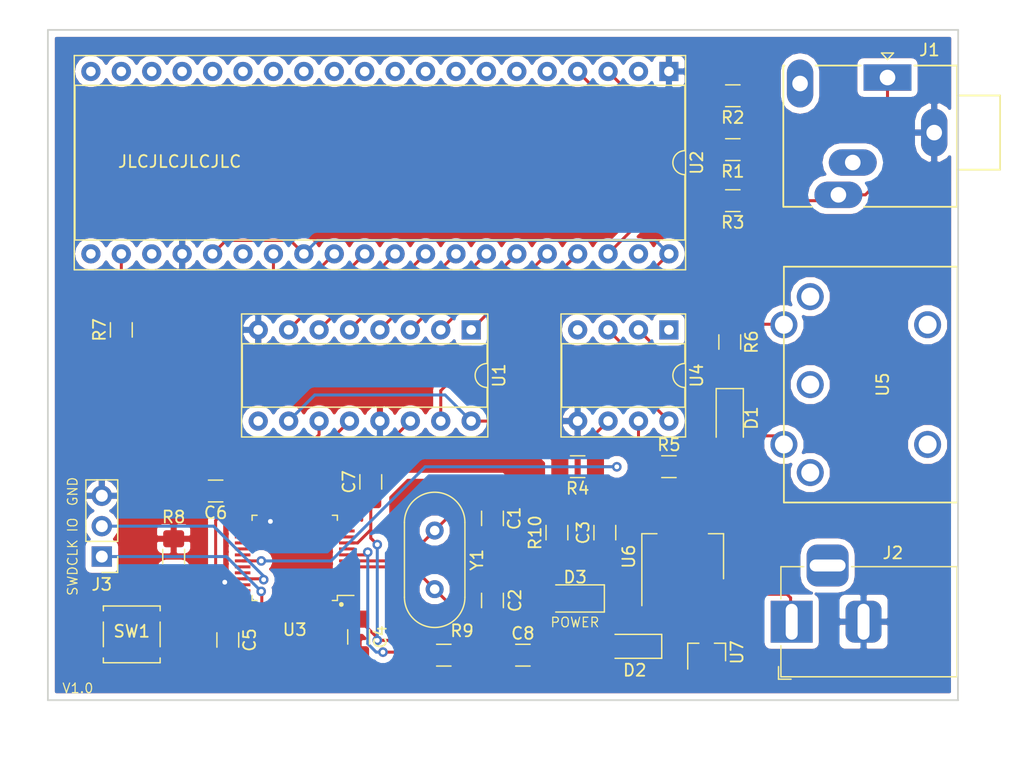
<source format=kicad_pcb>
(kicad_pcb (version 20171130) (host pcbnew "(5.0.2)-1")
  (layers (0 F.Cu signal) (31 B.Cu signal) (34 B.Paste user) (35 F.Paste user) (36 B.SilkS user) (37 F.SilkS user) (38 B.Mask user) (39 F.Mask user) (44 Edge.Cuts user))
  (net 0 "")
  (net 1 /DA1)
  (net 2 /DA2)
  (net 3 /DA3)
  (net 4 /DA4)
  (net 5 /DA5)
  (net 6 GND)
  (net 7 /DA6)
  (net 8 /DA7)
  (net 9 /DA0)
  (net 10 /A.C._A)
  (net 11 /A.C._B)
  (net 12 "Net-(R3-Pad2)")
  (net 13 "Net-(J1-PadL)")
  (net 14 "Net-(D1-Pad1)")
  (net 15 "Net-(D1-Pad2)")
  (net 16 "Net-(R5-Pad1)")
  (net 17 "Net-(R6-Pad1)")
  (net 18 /OSC_OUT)
  (net 19 /OSC_IN)
  (net 20 /SWDCLK)
  (net 21 /SWDIO)
  (net 22 +5V)
  (net 23 /2MHz_Clock)
  (net 24 "Net-(R7-Pad2)")
  (net 25 /Clock)
  (net 26 /Latch)
  (net 27 /Data)
  (net 28 /BDIR)
  (net 29 /BC1)
  (net 30 "Net-(D2-Pad1)")
  (net 31 "Net-(R8-Pad1)")
  (net 32 /RESET)
  (net 33 /VIN)
  (net 34 /MIDI_In)
  (net 35 "Net-(D3-Pad2)")
  (net 36 +3V3)
  (module Package_QFP:LQFP-48_7x7mm_P0.5mm (layer F.Cu) (at 165.608 118.11 180)
    (fp_text reference U3 (at 0 -6 180) (layer F.SilkS))
    (fp_text value STM32F103CBTx)
    (pad 1 smd rect (at -4.35 -2.75 180) (size 1.3 0.25) (layers F.Cu F.Paste F.Mask) (net 36 +3V3))
    (pad 2 smd rect (at -4.35 -2.25 180) (size 1.3 0.25) (layers F.Cu F.Paste F.Mask))
    (pad 3 smd rect (at -4.35 -1.75 180) (size 1.3 0.25) (layers F.Cu F.Paste F.Mask))
    (pad 4 smd rect (at -4.35 -1.25 180) (size 1.3 0.25) (layers F.Cu F.Paste F.Mask))
    (pad 5 smd rect (at -4.35 -0.75 180) (size 1.3 0.25) (layers F.Cu F.Paste F.Mask) (net 19 /OSC_IN))
    (pad 6 smd rect (at -4.35 -0.25 180) (size 1.3 0.25) (layers F.Cu F.Paste F.Mask) (net 18 /OSC_OUT))
    (pad 7 smd rect (at -4.35 0.25 180) (size 1.3 0.25) (layers F.Cu F.Paste F.Mask) (net 32 /RESET))
    (pad 8 smd rect (at -4.35 0.75 180) (size 1.3 0.25) (layers F.Cu F.Paste F.Mask))
    (pad 9 smd rect (at -4.35 1.25 180) (size 1.3 0.25) (layers F.Cu F.Paste F.Mask) (net 36 +3V3))
    (pad 10 smd rect (at -4.35 1.75 180) (size 1.3 0.25) (layers F.Cu F.Paste F.Mask))
    (pad 11 smd rect (at -4.35 2.25 180) (size 1.3 0.25) (layers F.Cu F.Paste F.Mask))
    (pad 12 smd rect (at -4.35 2.75 180) (size 1.3 0.25) (layers F.Cu F.Paste F.Mask))
    (pad 13 smd rect (at -2.75 4.35 270) (size 1.3 0.25) (layers F.Cu F.Paste F.Mask) (net 27 /Data))
    (pad 14 smd rect (at -2.25 4.35 270) (size 1.3 0.25) (layers F.Cu F.Paste F.Mask) (net 26 /Latch))
    (pad 15 smd rect (at -1.75 4.35 270) (size 1.3 0.25) (layers F.Cu F.Paste F.Mask) (net 25 /Clock))
    (pad 16 smd rect (at -1.25 4.35 270) (size 1.3 0.25) (layers F.Cu F.Paste F.Mask) (net 29 /BC1))
    (pad 17 smd rect (at -0.75 4.35 270) (size 1.3 0.25) (layers F.Cu F.Paste F.Mask) (net 28 /BDIR))
    (pad 18 smd rect (at -0.25 4.35 270) (size 1.3 0.25) (layers F.Cu F.Paste F.Mask) (net 23 /2MHz_Clock))
    (pad 19 smd rect (at 0.25 4.35 270) (size 1.3 0.25) (layers F.Cu F.Paste F.Mask))
    (pad 20 smd rect (at 0.75 4.35 270) (size 1.3 0.25) (layers F.Cu F.Paste F.Mask))
    (pad 21 smd rect (at 1.25 4.35 270) (size 1.3 0.25) (layers F.Cu F.Paste F.Mask))
    (pad 22 smd rect (at 1.75 4.35 270) (size 1.3 0.25) (layers F.Cu F.Paste F.Mask))
    (pad 23 smd rect (at 2.25 4.35 270) (size 1.3 0.25) (layers F.Cu F.Paste F.Mask) (net 6 GND))
    (pad 24 smd rect (at 2.75 4.35 270) (size 1.3 0.25) (layers F.Cu F.Paste F.Mask) (net 36 +3V3))
    (pad 25 smd rect (at 4.35 2.75 180) (size 1.3 0.25) (layers F.Cu F.Paste F.Mask))
    (pad 26 smd rect (at 4.35 2.25 180) (size 1.3 0.25) (layers F.Cu F.Paste F.Mask))
    (pad 27 smd rect (at 4.35 1.75 180) (size 1.3 0.25) (layers F.Cu F.Paste F.Mask))
    (pad 28 smd rect (at 4.35 1.25 180) (size 1.3 0.25) (layers F.Cu F.Paste F.Mask))
    (pad 29 smd rect (at 4.35 0.75 180) (size 1.3 0.25) (layers F.Cu F.Paste F.Mask))
    (pad 30 smd rect (at 4.35 0.25 180) (size 1.3 0.25) (layers F.Cu F.Paste F.Mask))
    (pad 31 smd rect (at 4.35 -0.25 180) (size 1.3 0.25) (layers F.Cu F.Paste F.Mask) (net 34 /MIDI_In))
    (pad 32 smd rect (at 4.35 -0.75 180) (size 1.3 0.25) (layers F.Cu F.Paste F.Mask))
    (pad 33 smd rect (at 4.35 -1.25 180) (size 1.3 0.25) (layers F.Cu F.Paste F.Mask))
    (pad 34 smd rect (at 4.35 -1.75 180) (size 1.3 0.25) (layers F.Cu F.Paste F.Mask) (net 21 /SWDIO))
    (pad 35 smd rect (at 4.35 -2.25 180) (size 1.3 0.25) (layers F.Cu F.Paste F.Mask) (net 6 GND))
    (pad 36 smd rect (at 4.35 -2.75 180) (size 1.3 0.25) (layers F.Cu F.Paste F.Mask) (net 36 +3V3))
    (pad 37 smd rect (at 2.75 -4.35 270) (size 1.3 0.25) (layers F.Cu F.Paste F.Mask) (net 20 /SWDCLK))
    (pad 38 smd rect (at 2.25 -4.35 270) (size 1.3 0.25) (layers F.Cu F.Paste F.Mask))
    (pad 39 smd rect (at 1.75 -4.35 270) (size 1.3 0.25) (layers F.Cu F.Paste F.Mask))
    (pad 40 smd rect (at 1.25 -4.35 270) (size 1.3 0.25) (layers F.Cu F.Paste F.Mask))
    (pad 41 smd rect (at 0.75 -4.35 270) (size 1.3 0.25) (layers F.Cu F.Paste F.Mask))
    (pad 42 smd rect (at 0.25 -4.35 270) (size 1.3 0.25) (layers F.Cu F.Paste F.Mask))
    (pad 43 smd rect (at -0.25 -4.35 270) (size 1.3 0.25) (layers F.Cu F.Paste F.Mask))
    (pad 44 smd rect (at -0.75 -4.35 270) (size 1.3 0.25) (layers F.Cu F.Paste F.Mask) (net 6 GND))
    (pad 45 smd rect (at -1.25 -4.35 270) (size 1.3 0.25) (layers F.Cu F.Paste F.Mask))
    (pad 46 smd rect (at -1.75 -4.35 270) (size 1.3 0.25) (layers F.Cu F.Paste F.Mask))
    (pad 47 smd rect (at -2.25 -4.35 270) (size 1.3 0.25) (layers F.Cu F.Paste F.Mask) (net 6 GND))
    (pad 48 smd rect (at -2.75 -4.35 270) (size 1.3 0.25) (layers F.Cu F.Paste F.Mask) (net 36 +3V3))
  )
  (module Connector_BarrelJack:BarrelJack_Horizontal_MP (layer F.Cu) (at 207.1 123.444 180)
    (fp_text reference J2 (at -8.45 5.75 180) (layer F.SilkS))
    (fp_text value Barrel_Jack_Switch)
    (pad 1 thru_hole rect (at 0 0 180) (size 3.5 3.5) (drill oval 1 3) (layers *.Cu *.Mask) (net 33 /VIN))
    (pad 2 thru_hole roundrect (at -6 0 180) (size 3 3.5) (drill oval 1 3) (layers *.Cu *.Mask) (net 6 GND))
    (pad MP thru_hole roundrect (at -3 4.7 180) (size 3.5 3.5) (drill oval 3 1) (layers *.Cu *.Mask))
  )
  (module Package_DIP:DIP-16_W7.62mm_Socket (layer F.Cu) (at 180.34 99.06 270)
    (fp_text reference U1 (at 3.81 -2.33 270) (layer F.SilkS))
    (fp_text value 74HC595)
    (pad 16 thru_hole oval (at 7.62 0 270) (size 1.6 1.6) (drill 0.8) (layers *.Cu *.Mask) (net 22 +5V))
    (pad 8 thru_hole oval (at 0 17.78 270) (size 1.6 1.6) (drill 0.8) (layers *.Cu *.Mask) (net 6 GND))
    (pad 15 thru_hole oval (at 7.62 2.54 270) (size 1.6 1.6) (drill 0.8) (layers *.Cu *.Mask) (net 9 /DA0))
    (pad 7 thru_hole oval (at 0 15.24 270) (size 1.6 1.6) (drill 0.8) (layers *.Cu *.Mask) (net 8 /DA7))
    (pad 14 thru_hole oval (at 7.62 5.08 270) (size 1.6 1.6) (drill 0.8) (layers *.Cu *.Mask) (net 27 /Data))
    (pad 6 thru_hole oval (at 0 12.7 270) (size 1.6 1.6) (drill 0.8) (layers *.Cu *.Mask) (net 7 /DA6))
    (pad 13 thru_hole oval (at 7.62 7.62 270) (size 1.6 1.6) (drill 0.8) (layers *.Cu *.Mask) (net 6 GND))
    (pad 5 thru_hole oval (at 0 10.16 270) (size 1.6 1.6) (drill 0.8) (layers *.Cu *.Mask) (net 5 /DA5))
    (pad 12 thru_hole oval (at 7.62 10.16 270) (size 1.6 1.6) (drill 0.8) (layers *.Cu *.Mask) (net 26 /Latch))
    (pad 4 thru_hole oval (at 0 7.62 270) (size 1.6 1.6) (drill 0.8) (layers *.Cu *.Mask) (net 4 /DA4))
    (pad 11 thru_hole oval (at 7.62 12.7 270) (size 1.6 1.6) (drill 0.8) (layers *.Cu *.Mask) (net 25 /Clock))
    (pad 3 thru_hole oval (at 0 5.08 270) (size 1.6 1.6) (drill 0.8) (layers *.Cu *.Mask) (net 3 /DA3))
    (pad 10 thru_hole oval (at 7.62 15.24 270) (size 1.6 1.6) (drill 0.8) (layers *.Cu *.Mask) (net 22 +5V))
    (pad 2 thru_hole oval (at 0 2.54 270) (size 1.6 1.6) (drill 0.8) (layers *.Cu *.Mask) (net 2 /DA2))
    (pad 9 thru_hole oval (at 7.62 17.78 270) (size 1.6 1.6) (drill 0.8) (layers *.Cu *.Mask))
    (pad 1 thru_hole rect (at 0 0 270) (size 1.6 1.6) (drill 0.8) (layers *.Cu *.Mask) (net 1 /DA1))
  )
  (module Package_DIP:DIP-40_W15.24mm_Socket (layer F.Cu) (at 196.85 77.47 270)
    (fp_text reference U2 (at 7.62 -2.33 270) (layer F.SilkS))
    (fp_text value AY-3-8910)
    (pad 40 thru_hole oval (at 15.24 0 270) (size 1.6 1.6) (drill 0.8) (layers *.Cu *.Mask) (net 22 +5V))
    (pad 20 thru_hole oval (at 0 48.26 270) (size 1.6 1.6) (drill 0.8) (layers *.Cu *.Mask))
    (pad 39 thru_hole oval (at 15.24 2.54 270) (size 1.6 1.6) (drill 0.8) (layers *.Cu *.Mask))
    (pad 19 thru_hole oval (at 0 45.72 270) (size 1.6 1.6) (drill 0.8) (layers *.Cu *.Mask))
    (pad 38 thru_hole oval (at 15.24 5.08 270) (size 1.6 1.6) (drill 0.8) (layers *.Cu *.Mask) (net 12 "Net-(R3-Pad2)"))
    (pad 18 thru_hole oval (at 0 43.18 270) (size 1.6 1.6) (drill 0.8) (layers *.Cu *.Mask))
    (pad 37 thru_hole oval (at 15.24 7.62 270) (size 1.6 1.6) (drill 0.8) (layers *.Cu *.Mask) (net 9 /DA0))
    (pad 17 thru_hole oval (at 0 40.64 270) (size 1.6 1.6) (drill 0.8) (layers *.Cu *.Mask))
    (pad 36 thru_hole oval (at 15.24 10.16 270) (size 1.6 1.6) (drill 0.8) (layers *.Cu *.Mask) (net 1 /DA1))
    (pad 16 thru_hole oval (at 0 38.1 270) (size 1.6 1.6) (drill 0.8) (layers *.Cu *.Mask))
    (pad 35 thru_hole oval (at 15.24 12.7 270) (size 1.6 1.6) (drill 0.8) (layers *.Cu *.Mask) (net 2 /DA2))
    (pad 15 thru_hole oval (at 0 35.56 270) (size 1.6 1.6) (drill 0.8) (layers *.Cu *.Mask))
    (pad 34 thru_hole oval (at 15.24 15.24 270) (size 1.6 1.6) (drill 0.8) (layers *.Cu *.Mask) (net 3 /DA3))
    (pad 14 thru_hole oval (at 0 33.02 270) (size 1.6 1.6) (drill 0.8) (layers *.Cu *.Mask))
    (pad 33 thru_hole oval (at 15.24 17.78 270) (size 1.6 1.6) (drill 0.8) (layers *.Cu *.Mask) (net 4 /DA4))
    (pad 13 thru_hole oval (at 0 30.48 270) (size 1.6 1.6) (drill 0.8) (layers *.Cu *.Mask))
    (pad 32 thru_hole oval (at 15.24 20.32 270) (size 1.6 1.6) (drill 0.8) (layers *.Cu *.Mask) (net 5 /DA5))
    (pad 12 thru_hole oval (at 0 27.94 270) (size 1.6 1.6) (drill 0.8) (layers *.Cu *.Mask))
    (pad 31 thru_hole oval (at 15.24 22.86 270) (size 1.6 1.6) (drill 0.8) (layers *.Cu *.Mask) (net 7 /DA6))
    (pad 11 thru_hole oval (at 0 25.4 270) (size 1.6 1.6) (drill 0.8) (layers *.Cu *.Mask))
    (pad 30 thru_hole oval (at 15.24 25.4 270) (size 1.6 1.6) (drill 0.8) (layers *.Cu *.Mask) (net 8 /DA7))
    (pad 10 thru_hole oval (at 0 22.86 270) (size 1.6 1.6) (drill 0.8) (layers *.Cu *.Mask))
    (pad 29 thru_hole oval (at 15.24 27.94 270) (size 1.6 1.6) (drill 0.8) (layers *.Cu *.Mask) (net 29 /BC1))
    (pad 9 thru_hole oval (at 0 20.32 270) (size 1.6 1.6) (drill 0.8) (layers *.Cu *.Mask))
    (pad 28 thru_hole oval (at 15.24 30.48 270) (size 1.6 1.6) (drill 0.8) (layers *.Cu *.Mask) (net 22 +5V))
    (pad 8 thru_hole oval (at 0 17.78 270) (size 1.6 1.6) (drill 0.8) (layers *.Cu *.Mask))
    (pad 27 thru_hole oval (at 15.24 33.02 270) (size 1.6 1.6) (drill 0.8) (layers *.Cu *.Mask) (net 28 /BDIR))
    (pad 7 thru_hole oval (at 0 15.24 270) (size 1.6 1.6) (drill 0.8) (layers *.Cu *.Mask))
    (pad 26 thru_hole oval (at 15.24 35.56 270) (size 1.6 1.6) (drill 0.8) (layers *.Cu *.Mask))
    (pad 6 thru_hole oval (at 0 12.7 270) (size 1.6 1.6) (drill 0.8) (layers *.Cu *.Mask))
    (pad 25 thru_hole oval (at 15.24 38.1 270) (size 1.6 1.6) (drill 0.8) (layers *.Cu *.Mask) (net 22 +5V))
    (pad 5 thru_hole oval (at 0 10.16 270) (size 1.6 1.6) (drill 0.8) (layers *.Cu *.Mask))
    (pad 24 thru_hole oval (at 15.24 40.64 270) (size 1.6 1.6) (drill 0.8) (layers *.Cu *.Mask) (net 6 GND))
    (pad 4 thru_hole oval (at 0 7.62 270) (size 1.6 1.6) (drill 0.8) (layers *.Cu *.Mask) (net 10 /A.C._A))
    (pad 23 thru_hole oval (at 15.24 43.18 270) (size 1.6 1.6) (drill 0.8) (layers *.Cu *.Mask))
    (pad 3 thru_hole oval (at 0 5.08 270) (size 1.6 1.6) (drill 0.8) (layers *.Cu *.Mask) (net 11 /A.C._B))
    (pad 22 thru_hole oval (at 15.24 45.72 270) (size 1.6 1.6) (drill 0.8) (layers *.Cu *.Mask) (net 24 "Net-(R7-Pad2)"))
    (pad 2 thru_hole oval (at 0 2.54 270) (size 1.6 1.6) (drill 0.8) (layers *.Cu *.Mask))
    (pad 21 thru_hole oval (at 15.24 48.26 270) (size 1.6 1.6) (drill 0.8) (layers *.Cu *.Mask))
    (pad 1 thru_hole rect (at 0 0 270) (size 1.6 1.6) (drill 0.8) (layers *.Cu *.Mask) (net 6 GND))
  )
  (module Connector_Audio:din_5_econet_pcb_mount (layer F.Cu) (at 213.7 103.632 270)
    (fp_text reference U5 (at 0 -1 270) (layer F.SilkS))
    (fp_text value MIDI_DIN_5Pin)
    (pad 5 thru_hole circle (at 5 7.25 270) (size 2.25 2.25) (drill 1.5) (layers *.Cu *.Mask) (net 15 "Net-(D1-Pad2)"))
    (pad 4 thru_hole circle (at -5 7.25 270) (size 2.25 2.25) (drill 1.5) (layers *.Cu *.Mask) (net 17 "Net-(R6-Pad1)"))
    (pad 3 thru_hole circle (at 7.35 5.05 270) (size 2.25 2.25) (drill 1.5) (layers *.Cu *.Mask))
    (pad 1 thru_hole circle (at -7.35 5.05 270) (size 2.25 2.25) (drill 1.5) (layers *.Cu *.Mask))
    (pad 2 thru_hole circle (at 0 5.05 270) (size 2.25 2.25) (drill 1.5) (layers *.Cu *.Mask))
    (pad S2 thru_hole circle (at 5 -4.75 270) (size 2.25 2.25) (drill 1.5) (layers *.Cu *.Mask))
    (pad S1 thru_hole circle (at -5 -4.75 270) (size 2.25 2.25) (drill 1.5) (layers *.Cu *.Mask))
  )
  (module Package_DIP:DIP-8_W7.62mm_Socket (layer F.Cu) (at 196.85 99.06 270)
    (fp_text reference U4 (at 3.81 -2.33 270) (layer F.SilkS))
    (fp_text value 6N138)
    (pad 8 thru_hole oval (at 7.62 0 270) (size 1.6 1.6) (drill 0.8) (layers *.Cu *.Mask) (net 22 +5V))
    (pad 4 thru_hole oval (at 0 7.62 270) (size 1.6 1.6) (drill 0.8) (layers *.Cu *.Mask))
    (pad 7 thru_hole oval (at 7.62 2.54 270) (size 1.6 1.6) (drill 0.8) (layers *.Cu *.Mask) (net 16 "Net-(R5-Pad1)"))
    (pad 3 thru_hole oval (at 0 5.08 270) (size 1.6 1.6) (drill 0.8) (layers *.Cu *.Mask) (net 15 "Net-(D1-Pad2)"))
    (pad 6 thru_hole oval (at 7.62 5.08 270) (size 1.6 1.6) (drill 0.8) (layers *.Cu *.Mask) (net 34 /MIDI_In))
    (pad 2 thru_hole oval (at 0 2.54 270) (size 1.6 1.6) (drill 0.8) (layers *.Cu *.Mask) (net 14 "Net-(D1-Pad1)"))
    (pad 5 thru_hole oval (at 7.62 7.62 270) (size 1.6 1.6) (drill 0.8) (layers *.Cu *.Mask) (net 6 GND))
    (pad 1 thru_hole rect (at 0 0 270) (size 1.6 1.6) (drill 0.8) (layers *.Cu *.Mask))
  )
  (module Crystal:Crystal_HC18-U_Vertical (layer F.Cu) (at 177.292 115.824 270)
    (fp_text reference Y1 (at 2.45 -3.525 270) (layer F.SilkS))
    (fp_text value 8MHz)
    (pad 1 thru_hole circle (at 0 0 270) (size 1.5 1.5) (drill 0.8) (layers *.Cu *.Mask) (net 18 /OSC_OUT))
    (pad 2 thru_hole circle (at 4.9 0 270) (size 1.5 1.5) (drill 0.8) (layers *.Cu *.Mask) (net 19 /OSC_IN))
  )
  (module Diode_SMD:D_1206_3216Metric_Pad1.42x1.75mm_HandSolder (layer F.Cu) (at 201.93 106.426 270)
    (fp_text reference D1 (at 0 -1.82 270) (layer F.SilkS))
    (fp_text value 1N914)
    (pad 2 smd roundrect (at 1.4875 0 270) (size 1.425 1.75) (layers F.Cu F.Paste F.Mask) (roundrect_rratio 0.175439) (net 15 "Net-(D1-Pad2)"))
    (pad 1 smd roundrect (at -1.4875 0 270) (size 1.425 1.75) (layers F.Cu F.Paste F.Mask) (roundrect_rratio 0.175439) (net 14 "Net-(D1-Pad1)"))
  )
  (module Connector_Audio:Jack_3.5mm_Ledino_KB3SPRS_Horizontal_Custom (layer F.Cu) (at 215.1 77.978 180)
    (fp_text reference J1 (at -3.5 2.3 180) (layer F.SilkS))
    (fp_text value AudioJack2_Ground_Switch)
    (pad L thru_hole rect (at 0 0 180) (size 4 2.2) (drill 1.3) (layers *.Cu *.Mask) (net 13 "Net-(J1-PadL)"))
    (pad LN thru_hole oval (at 7.3 -0.5 270) (size 4 2.2) (drill 1.3) (layers *.Cu *.Mask))
    (pad RN thru_hole oval (at 2.9 -7.1 180) (size 4 2.2) (drill 1.3) (layers *.Cu *.Mask))
    (pad R thru_hole oval (at 4.1 -9.8 180) (size 4 2.2) (drill 1.3) (layers *.Cu *.Mask) (net 13 "Net-(J1-PadL)"))
    (pad GND thru_hole oval (at -3.9 -4.6 180) (size 2.2 4) (drill 1.3) (layers *.Cu *.Mask) (net 6 GND))
  )
  (module Resistor_SMD:R_1206_3216Metric_Pad1.42x1.75mm_HandSolder (layer F.Cu) (at 202.184 84 180)
    (fp_text reference R1 (at 0 -1.82 180) (layer F.SilkS))
    (fp_text value R6k8)
    (pad 1 smd roundrect (at -1.4875 0 180) (size 1.425 1.75) (layers F.Cu F.Paste F.Mask) (roundrect_rratio 0.175439) (net 13 "Net-(J1-PadL)"))
    (pad 2 smd roundrect (at 1.4875 0 180) (size 1.425 1.75) (layers F.Cu F.Paste F.Mask) (roundrect_rratio 0.175439) (net 10 /A.C._A))
  )
  (module Resistor_SMD:R_1206_3216Metric_Pad1.42x1.75mm_HandSolder (layer F.Cu) (at 202.184 79.5 180)
    (fp_text reference R2 (at 0 -1.82 180) (layer F.SilkS))
    (fp_text value R6k8)
    (pad 2 smd roundrect (at 1.4875 0 180) (size 1.425 1.75) (layers F.Cu F.Paste F.Mask) (roundrect_rratio 0.175439) (net 11 /A.C._B))
    (pad 1 smd roundrect (at -1.4875 0 180) (size 1.425 1.75) (layers F.Cu F.Paste F.Mask) (roundrect_rratio 0.175439) (net 13 "Net-(J1-PadL)"))
  )
  (module Resistor_SMD:R_1206_3216Metric_Pad1.42x1.75mm_HandSolder (layer F.Cu) (at 202.184 88.265 180)
    (fp_text reference R3 (at 0 -1.82 180) (layer F.SilkS))
    (fp_text value R6k8)
    (pad 1 smd roundrect (at -1.4875 0 180) (size 1.425 1.75) (layers F.Cu F.Paste F.Mask) (roundrect_rratio 0.175439) (net 13 "Net-(J1-PadL)"))
    (pad 2 smd roundrect (at 1.4875 0 180) (size 1.425 1.75) (layers F.Cu F.Paste F.Mask) (roundrect_rratio 0.175439) (net 12 "Net-(R3-Pad2)"))
  )
  (module Resistor_SMD:R_1206_3216Metric_Pad1.42x1.75mm_HandSolder (layer F.Cu) (at 189.23 110.49 180)
    (fp_text reference R4 (at 0 -1.82 180) (layer F.SilkS))
    (fp_text value R220)
    (pad 1 smd roundrect (at -1.4875 0 180) (size 1.425 1.75) (layers F.Cu F.Paste F.Mask) (roundrect_rratio 0.175439) (net 34 /MIDI_In))
    (pad 2 smd roundrect (at 1.4875 0 180) (size 1.425 1.75) (layers F.Cu F.Paste F.Mask) (roundrect_rratio 0.175439) (net 22 +5V))
  )
  (module Resistor_SMD:R_1206_3216Metric_Pad1.42x1.75mm_HandSolder (layer F.Cu) (at 196.85 110.49)
    (fp_text reference R5 (at 0 -1.82) (layer F.SilkS))
    (fp_text value R4k7)
    (pad 2 smd roundrect (at 1.4875 0) (size 1.425 1.75) (layers F.Cu F.Paste F.Mask) (roundrect_rratio 0.175439) (net 6 GND))
    (pad 1 smd roundrect (at -1.4875 0) (size 1.425 1.75) (layers F.Cu F.Paste F.Mask) (roundrect_rratio 0.175439) (net 16 "Net-(R5-Pad1)"))
  )
  (module Resistor_SMD:R_1206_3216Metric_Pad1.42x1.75mm_HandSolder (layer F.Cu) (at 201.93 100.076 270)
    (fp_text reference R6 (at 0 -1.82 270) (layer F.SilkS))
    (fp_text value R220)
    (pad 1 smd roundrect (at -1.4875 0 270) (size 1.425 1.75) (layers F.Cu F.Paste F.Mask) (roundrect_rratio 0.175439) (net 17 "Net-(R6-Pad1)"))
    (pad 2 smd roundrect (at 1.4875 0 270) (size 1.425 1.75) (layers F.Cu F.Paste F.Mask) (roundrect_rratio 0.175439) (net 14 "Net-(D1-Pad1)"))
  )
  (module Capacitor_SMD:C_1206_3216Metric_Pad1.42x1.75mm_HandSolder (layer F.Cu) (at 182.118 114.808 270)
    (fp_text reference C1 (at 0 -1.82 270) (layer F.SilkS))
    (fp_text value 22pF)
    (pad 1 smd roundrect (at -1.4875 0 270) (size 1.425 1.75) (layers F.Cu F.Paste F.Mask) (roundrect_rratio 0.175439) (net 18 /OSC_OUT))
    (pad 2 smd roundrect (at 1.4875 0 270) (size 1.425 1.75) (layers F.Cu F.Paste F.Mask) (roundrect_rratio 0.175439) (net 6 GND))
  )
  (module Capacitor_SMD:C_1206_3216Metric_Pad1.42x1.75mm_HandSolder (layer F.Cu) (at 182.118 121.666 90)
    (fp_text reference C2 (at 0 1.882 90) (layer F.SilkS))
    (fp_text value 22pF)
    (pad 2 smd roundrect (at 1.4875 0 90) (size 1.425 1.75) (layers F.Cu F.Paste F.Mask) (roundrect_rratio 0.175439) (net 6 GND))
    (pad 1 smd roundrect (at -1.4875 0 90) (size 1.425 1.75) (layers F.Cu F.Paste F.Mask) (roundrect_rratio 0.175439) (net 19 /OSC_IN))
  )
  (module Capacitor_SMD:C_1206_3216Metric_Pad1.42x1.75mm_HandSolder (layer F.Cu) (at 191.5 116 90)
    (fp_text reference C3 (at 0 -1.82 90) (layer F.SilkS))
    (fp_text value 10uF)
    (pad 1 smd roundrect (at -1.4875 0 90) (size 1.425 1.75) (layers F.Cu F.Paste F.Mask) (roundrect_rratio 0.175439) (net 22 +5V))
    (pad 2 smd roundrect (at 1.4875 0 90) (size 1.425 1.75) (layers F.Cu F.Paste F.Mask) (roundrect_rratio 0.175439) (net 6 GND))
  )
  (module Capacitor_SMD:C_1206_3216Metric_Pad1.42x1.75mm_HandSolder (layer F.Cu) (at 170.942 124.714 270)
    (fp_text reference C4 (at 0 -1.82 270) (layer F.SilkS))
    (fp_text value 100nF)
    (pad 2 smd roundrect (at 1.4875 0 270) (size 1.425 1.75) (layers F.Cu F.Paste F.Mask) (roundrect_rratio 0.175439) (net 6 GND))
    (pad 1 smd roundrect (at -1.4875 0 270) (size 1.425 1.75) (layers F.Cu F.Paste F.Mask) (roundrect_rratio 0.175439) (net 36 +3V3))
  )
  (module Capacitor_SMD:C_1206_3216Metric_Pad1.42x1.75mm_HandSolder (layer F.Cu) (at 160.02 124.968 270)
    (fp_text reference C5 (at 0 -1.82 270) (layer F.SilkS))
    (fp_text value 100nF)
    (pad 2 smd roundrect (at 1.4875 0 270) (size 1.425 1.75) (layers F.Cu F.Paste F.Mask) (roundrect_rratio 0.175439) (net 6 GND))
    (pad 1 smd roundrect (at -1.4875 0 270) (size 1.425 1.75) (layers F.Cu F.Paste F.Mask) (roundrect_rratio 0.175439) (net 36 +3V3))
  )
  (module Capacitor_SMD:C_1206_3216Metric_Pad1.42x1.75mm_HandSolder (layer F.Cu) (at 159.004 112.522 180)
    (fp_text reference C6 (at 0 -1.82 180) (layer F.SilkS))
    (fp_text value 100nF)
    (pad 1 smd roundrect (at -1.4875 0 180) (size 1.425 1.75) (layers F.Cu F.Paste F.Mask) (roundrect_rratio 0.175439) (net 36 +3V3))
    (pad 2 smd roundrect (at 1.4875 0 180) (size 1.425 1.75) (layers F.Cu F.Paste F.Mask) (roundrect_rratio 0.175439) (net 6 GND))
  )
  (module Resistor_SMD:R_1206_3216Metric_Pad1.42x1.75mm_HandSolder (layer F.Cu) (at 151.13 99.06 90)
    (fp_text reference R7 (at 0 -1.82 90) (layer F.SilkS))
    (fp_text value R220)
    (pad 1 smd roundrect (at -1.4875 0 90) (size 1.425 1.75) (layers F.Cu F.Paste F.Mask) (roundrect_rratio 0.175439) (net 23 /2MHz_Clock))
    (pad 2 smd roundrect (at 1.4875 0 90) (size 1.425 1.75) (layers F.Cu F.Paste F.Mask) (roundrect_rratio 0.175439) (net 24 "Net-(R7-Pad2)"))
  )
  (module Capacitor_SMD:C_1206_3216Metric_Pad1.42x1.75mm_HandSolder (layer F.Cu) (at 171.958 111.76 90)
    (fp_text reference C7 (at 0 -1.82 90) (layer F.SilkS))
    (fp_text value 100nF)
    (pad 1 smd roundrect (at -1.4875 0 90) (size 1.425 1.75) (layers F.Cu F.Paste F.Mask) (roundrect_rratio 0.175439) (net 36 +3V3))
    (pad 2 smd roundrect (at 1.4875 0 90) (size 1.425 1.75) (layers F.Cu F.Paste F.Mask) (roundrect_rratio 0.175439) (net 6 GND))
  )
  (module Diode_SMD:D_SOD-123 (layer F.Cu) (at 194 125.5 180)
    (fp_text reference D2 (at 0 -2 180) (layer F.SilkS))
    (fp_text value 1N5819)
    (pad 1 smd rect (at -1.65 0 180) (size 0.9 1.2) (layers F.Cu F.Paste F.Mask) (net 30 "Net-(D2-Pad1)"))
    (pad 2 smd rect (at 1.65 0 180) (size 0.9 1.2) (layers F.Cu F.Paste F.Mask) (net 22 +5V))
  )
  (module Resistor_SMD:R_1206_3216Metric_Pad1.42x1.75mm_HandSolder (layer F.Cu) (at 155.5 118 90)
    (fp_text reference R8 (at 3.302 0 180) (layer F.SilkS))
    (fp_text value R1k)
    (pad 1 smd roundrect (at -1.4875 0 90) (size 1.425 1.75) (layers F.Cu F.Paste F.Mask) (roundrect_rratio 0.175439) (net 31 "Net-(R8-Pad1)"))
    (pad 2 smd roundrect (at 1.4875 0 90) (size 1.425 1.75) (layers F.Cu F.Paste F.Mask) (roundrect_rratio 0.175439) (net 6 GND))
  )
  (module Resistor_SMD:R_1206_3216Metric_Pad1.42x1.75mm_HandSolder (layer F.Cu) (at 178.054 126.238 180)
    (fp_text reference R9 (at -1.524 2.032 180) (layer F.SilkS))
    (fp_text value R10k)
    (pad 2 smd roundrect (at 1.4875 0 180) (size 1.425 1.75) (layers F.Cu F.Paste F.Mask) (roundrect_rratio 0.175439) (net 32 /RESET))
    (pad 1 smd roundrect (at -1.4875 0 180) (size 1.425 1.75) (layers F.Cu F.Paste F.Mask) (roundrect_rratio 0.175439) (net 36 +3V3))
  )
  (module Package_TO_SOT_SMD:SOT-23 (layer F.Cu) (at 200 126 90)
    (fp_text reference U7 (at 0 2.54 90) (layer F.SilkS))
    (fp_text value MCP1703A-3302_SOT23)
    (pad 1 smd rect (at -1 -0.95 90) (size 0.9 0.8) (layers F.Cu F.Paste F.Mask) (net 6 GND))
    (pad 2 smd rect (at -1 0.95 90) (size 0.9 0.8) (layers F.Cu F.Paste F.Mask) (net 36 +3V3))
    (pad 3 smd rect (at 1 0 90) (size 0.9 0.8) (layers F.Cu F.Paste F.Mask) (net 30 "Net-(D2-Pad1)"))
  )
  (module Button_Switch_SMD:SW_SPST_TL3305A (layer F.Cu) (at 152 124.5)
    (fp_text reference SW1 (at 0 -0.254 -180) (layer F.SilkS))
    (fp_text value RESET)
    (pad 1 smd rect (at 3.6 -1.5) (size 1.6 1.4) (layers F.Cu F.Paste F.Mask) (net 31 "Net-(R8-Pad1)"))
    (pad 1 smd rect (at -3.6 -1.5) (size 1.6 1.4) (layers F.Cu F.Paste F.Mask) (net 31 "Net-(R8-Pad1)"))
    (pad 2 smd rect (at 3.6 1.5) (size 1.6 1.4) (layers F.Cu F.Paste F.Mask) (net 32 /RESET))
    (pad 2 smd rect (at -3.6 1.5) (size 1.6 1.4) (layers F.Cu F.Paste F.Mask) (net 32 /RESET))
  )
  (module Package_TO_SOT_SMD:SOT-223 (layer F.Cu) (at 198 118 90)
    (fp_text reference U6 (at 0 -4.5 90) (layer F.SilkS))
    (fp_text value AMS1117)
    (pad 4 smd rect (at 3.15 0 90) (size 2 3.8) (layers F.Cu F.Paste F.Mask))
    (pad 2 smd rect (at -3.15 0 90) (size 2 1.5) (layers F.Cu F.Paste F.Mask) (net 22 +5V))
    (pad 3 smd rect (at -3.15 2.3 90) (size 2 1.5) (layers F.Cu F.Paste F.Mask) (net 33 /VIN))
    (pad 1 smd rect (at -3.15 -2.3 90) (size 2 1.5) (layers F.Cu F.Paste F.Mask) (net 6 GND))
  )
  (module Connector_PinHeader_2.54mm:PinHeader_1x03_P2.54mm_Vertical (layer F.Cu) (at 149.5 118 180)
    (fp_text reference J3 (at 0 -2.33 180) (layer F.SilkS))
    (fp_text value Conn_01x03_Female)
    (pad 1 thru_hole rect (at 0 0 180) (size 1.7 1.7) (drill 1) (layers *.Cu *.Mask) (net 20 /SWDCLK))
    (pad 2 thru_hole oval (at 0 2.54 180) (size 1.7 1.7) (drill 1) (layers *.Cu *.Mask) (net 21 /SWDIO))
    (pad 3 thru_hole oval (at 0 5.08 180) (size 1.7 1.7) (drill 1) (layers *.Cu *.Mask) (net 6 GND))
  )
  (module LED_SMD:LED_1206_3216Metric_Pad1.42x1.75mm_HandSolder (layer F.Cu) (at 189 121.5 180)
    (fp_text reference D3 (at -0.019999 1.778 180) (layer F.SilkS))
    (fp_text value LED)
    (pad 1 smd roundrect (at -1.4875 0 180) (size 1.425 1.75) (layers F.Cu F.Paste F.Mask) (roundrect_rratio 0.175439) (net 6 GND))
    (pad 2 smd roundrect (at 1.4875 0 180) (size 1.425 1.75) (layers F.Cu F.Paste F.Mask) (roundrect_rratio 0.175439) (net 35 "Net-(D3-Pad2)"))
  )
  (module Resistor_SMD:R_1206_3216Metric_Pad1.42x1.75mm_HandSolder (layer F.Cu) (at 187.5 116 90)
    (fp_text reference R10 (at 0 -1.82 90) (layer F.SilkS))
    (fp_text value R150)
    (pad 1 smd roundrect (at -1.4875 0 90) (size 1.425 1.75) (layers F.Cu F.Paste F.Mask) (roundrect_rratio 0.175439) (net 35 "Net-(D3-Pad2)"))
    (pad 2 smd roundrect (at 1.4875 0 90) (size 1.425 1.75) (layers F.Cu F.Paste F.Mask) (roundrect_rratio 0.175439) (net 22 +5V))
  )
  (module Capacitor_SMD:C_1206_3216Metric_Pad1.42x1.75mm_HandSolder (layer F.Cu) (at 184.658 126.238)
    (fp_text reference C8 (at 0 -1.82) (layer F.SilkS))
    (fp_text value 10uF)
    (pad 1 smd roundrect (at -1.4875 0) (size 1.425 1.75) (layers F.Cu F.Paste F.Mask) (roundrect_rratio 0.175439) (net 36 +3V3))
    (pad 2 smd roundrect (at 1.4875 0) (size 1.425 1.75) (layers F.Cu F.Paste F.Mask) (roundrect_rratio 0.175439) (net 6 GND))
  )
  (gr_text JLCJLCJLCJLC (at 156 85) (layer F.SilkS) (effects (font (size 1 1))))
  (gr_circle (center 169.5 122) (end 169.6 122) (layer F.SilkS) (width 0.2))
  (gr_text V1.0 (at 147.5 129) (layer F.SilkS) (effects (font (size 0.8 0.8) (thickness 0.1))))
  (gr_text POWER (at 189 123.5) (layer F.SilkS) (effects (font (size 0.8 0.8) (thickness 0.1))))
  (gr_text GND (at 147.066 112.562 90) (layer F.SilkS) (effects (font (size 0.8 0.8) (thickness 0.1))))
  (gr_text IO (at 147.066 115.356 90) (layer F.SilkS) (effects (font (size 0.8 0.8) (thickness 0.1))))
  (gr_text SWDCLK (at 147.066 118.912 90) (layer F.SilkS) (effects (font (size 0.8 0.8) (thickness 0.1))))
  (gr_line (start 221 74) (end 145 74) (layer Edge.Cuts) (width 0.15))
  (gr_line (start 220.98 130) (end 221 74) (layer Edge.Cuts) (width 0.15))
  (gr_line (start 145 130) (end 221 130) (layer Edge.Cuts) (width 0.15))
  (gr_line (start 145 74) (end 145 130) (layer Edge.Cuts) (width 0.15))
  (segment (start 180.34 99.06) (end 186.69 92.71) (width 0.25) (layer F.Cu) (net 1))
  (segment (start 177.8 99.06) (end 184.15 92.71) (width 0.25) (layer F.Cu) (net 2))
  (segment (start 175.26 99.06) (end 181.61 92.71) (width 0.25) (layer F.Cu) (net 3))
  (segment (start 172.72 99.06) (end 179.07 92.71) (width 0.25) (layer F.Cu) (net 4))
  (segment (start 170.18 99.06) (end 176.53 92.71) (width 0.25) (layer F.Cu) (net 5))
  (segment (start 167.858 122.46) (end 167.858 121.376) (width 0.25) (layer F.Cu) (net 6))
  (segment (start 167.858 121.376) (end 167.132 120.65) (width 0.25) (layer F.Cu) (net 6))
  (segment (start 166.358 121.424) (end 167.132 120.65) (width 0.25) (layer F.Cu) (net 6))
  (segment (start 166.358 122.46) (end 166.358 121.424) (width 0.25) (layer F.Cu) (net 6))
  (segment (start 163.358 113.76) (end 163.358 114.844) (width 0.25) (layer F.Cu) (net 6))
  (segment (start 163.358 114.844) (end 163.576 115.062) (width 0.25) (layer F.Cu) (net 6))
  (via (at 163.576 115.062) (size 0.8) (drill 0.4) (layers F.Cu B.Cu) (net 6))
  (segment (start 161.258 120.36) (end 159.984 120.36) (width 0.25) (layer F.Cu) (net 6))
  (segment (start 159.984 120.36) (end 159.766 120.142) (width 0.25) (layer F.Cu) (net 6))
  (via (at 159.766 120.142) (size 0.8) (drill 0.4) (layers F.Cu B.Cu) (net 6))
  (segment (start 167.64 99.06) (end 173.99 92.71) (width 0.25) (layer F.Cu) (net 7))
  (segment (start 165.1 99.06) (end 171.45 92.71) (width 0.25) (layer F.Cu) (net 8))
  (segment (start 177.8 104.14) (end 189.23 92.71) (width 0.25) (layer F.Cu) (net 9))
  (segment (start 177.8 106.68) (end 177.8 104.14) (width 0.25) (layer F.Cu) (net 9))
  (segment (start 195.76 84) (end 200.6965 84) (width 0.25) (layer F.Cu) (net 10))
  (segment (start 189.23 77.47) (end 195.76 84) (width 0.25) (layer F.Cu) (net 10))
  (segment (start 193.8 79.5) (end 200.6965 79.5) (width 0.25) (layer F.Cu) (net 11))
  (segment (start 191.77 77.47) (end 193.8 79.5) (width 0.25) (layer F.Cu) (net 11))
  (segment (start 196.215 88.265) (end 200.6965 88.265) (width 0.25) (layer F.Cu) (net 12))
  (segment (start 191.77 92.71) (end 196.215 88.265) (width 0.25) (layer F.Cu) (net 12))
  (segment (start 210.678 87.884) (end 210.784 87.778) (width 0.25) (layer F.Cu) (net 13))
  (segment (start 203.6715 80.475) (end 203.6715 88.265) (width 0.25) (layer F.Cu) (net 13))
  (segment (start 203.6715 79.5) (end 203.6715 80.475) (width 0.25) (layer F.Cu) (net 13))
  (segment (start 210.413 88.265) (end 210.9 87.778) (width 0.25) (layer F.Cu) (net 13))
  (segment (start 210.513 88.265) (end 211 87.778) (width 0.25) (layer F.Cu) (net 13))
  (segment (start 203.6715 88.265) (end 210.513 88.265) (width 0.25) (layer F.Cu) (net 13))
  (segment (start 215.1 79.328) (end 215.1 77.978) (width 0.25) (layer F.Cu) (net 13))
  (segment (start 215.1 85.928) (end 215.1 79.328) (width 0.25) (layer F.Cu) (net 13))
  (segment (start 213.25 87.778) (end 215.1 85.928) (width 0.25) (layer F.Cu) (net 13))
  (segment (start 211 87.778) (end 213.25 87.778) (width 0.25) (layer F.Cu) (net 13))
  (segment (start 196.8135 101.5635) (end 194.31 99.06) (width 0.25) (layer F.Cu) (net 14))
  (segment (start 201.93 101.5635) (end 196.8135 101.5635) (width 0.25) (layer F.Cu) (net 14))
  (segment (start 201.93 104.9385) (end 201.93 101.5635) (width 0.25) (layer F.Cu) (net 14))
  (segment (start 200.6235 107.9135) (end 201.93 107.9135) (width 0.25) (layer F.Cu) (net 15))
  (segment (start 191.77 99.06) (end 200.6235 107.9135) (width 0.25) (layer F.Cu) (net 15))
  (segment (start 205.8995 107.9135) (end 206.618 108.632) (width 0.25) (layer F.Cu) (net 15))
  (segment (start 201.93 107.9135) (end 205.8995 107.9135) (width 0.25) (layer F.Cu) (net 15))
  (segment (start 194.31 109.4375) (end 195.3625 110.49) (width 0.25) (layer F.Cu) (net 16))
  (segment (start 194.31 106.68) (end 194.31 109.4375) (width 0.25) (layer F.Cu) (net 16))
  (segment (start 206.5745 98.5885) (end 206.618 98.632) (width 0.25) (layer F.Cu) (net 17))
  (segment (start 201.93 98.5885) (end 206.5745 98.5885) (width 0.25) (layer F.Cu) (net 17))
  (segment (start 174.756 118.36) (end 177.292 115.824) (width 0.25) (layer F.Cu) (net 18))
  (segment (start 169.958 118.36) (end 174.756 118.36) (width 0.25) (layer F.Cu) (net 18))
  (segment (start 179.7955 113.3205) (end 182.118 113.3205) (width 0.25) (layer F.Cu) (net 18))
  (segment (start 177.292 115.824) (end 179.7955 113.3205) (width 0.25) (layer F.Cu) (net 18))
  (segment (start 173.904 118.86) (end 173.916 118.872) (width 0.25) (layer F.Cu) (net 19))
  (segment (start 169.958 118.86) (end 173.904 118.86) (width 0.25) (layer F.Cu) (net 19))
  (segment (start 175.428 118.86) (end 177.292 120.724) (width 0.25) (layer F.Cu) (net 19))
  (segment (start 173.904 118.86) (end 175.428 118.86) (width 0.25) (layer F.Cu) (net 19))
  (segment (start 179.7215 123.1535) (end 182.118 123.1535) (width 0.25) (layer F.Cu) (net 19))
  (segment (start 177.292 120.724) (end 179.7215 123.1535) (width 0.25) (layer F.Cu) (net 19))
  (via (at 162.809347 120.908653) (size 0.8) (drill 0.4) (layers F.Cu B.Cu) (net 20))
  (segment (start 162.858 122.46) (end 162.858 120.957306) (width 0.25) (layer F.Cu) (net 20))
  (segment (start 162.858 120.957306) (end 162.809347 120.908653) (width 0.25) (layer F.Cu) (net 20))
  (segment (start 159.900694 118) (end 162.809347 120.908653) (width 0.25) (layer B.Cu) (net 20))
  (segment (start 149.5 118) (end 159.900694 118) (width 0.25) (layer B.Cu) (net 20))
  (via (at 163.014695 119.929962) (size 0.8) (drill 0.4) (layers F.Cu B.Cu) (net 21))
  (segment (start 163.014695 119.637697) (end 163.014695 119.929962) (width 0.25) (layer B.Cu) (net 21))
  (segment (start 149.5 115.46) (end 158.836998 115.46) (width 0.25) (layer B.Cu) (net 21))
  (segment (start 158.836998 115.46) (end 163.014695 119.637697) (width 0.25) (layer B.Cu) (net 21))
  (segment (start 162.944733 119.86) (end 161.258 119.86) (width 0.25) (layer F.Cu) (net 21))
  (segment (start 163.014695 119.929962) (end 162.944733 119.86) (width 0.25) (layer F.Cu) (net 21))
  (segment (start 198 120.9) (end 198 121.15) (width 0.25) (layer F.Cu) (net 22))
  (segment (start 194.5875 117.4875) (end 198 120.9) (width 0.25) (layer F.Cu) (net 22))
  (segment (start 191.5 117.4875) (end 194.5875 117.4875) (width 0.25) (layer F.Cu) (net 22))
  (segment (start 190.475 117.4875) (end 187.5 114.5125) (width 0.25) (layer F.Cu) (net 22))
  (segment (start 191.5 117.4875) (end 190.475 117.4875) (width 0.25) (layer F.Cu) (net 22))
  (segment (start 192.35 118.3375) (end 191.5 117.4875) (width 0.25) (layer F.Cu) (net 22))
  (segment (start 192.35 125.5) (end 192.35 118.3375) (width 0.25) (layer F.Cu) (net 22))
  (segment (start 183.9325 106.68) (end 187.7425 110.49) (width 0.25) (layer F.Cu) (net 22))
  (segment (start 180.34 106.68) (end 183.9325 106.68) (width 0.25) (layer F.Cu) (net 22))
  (segment (start 187.7425 114.27) (end 187.5 114.5125) (width 0.25) (layer F.Cu) (net 22))
  (segment (start 187.7425 110.49) (end 187.7425 114.27) (width 0.25) (layer F.Cu) (net 22))
  (segment (start 196.050001 105.880001) (end 196.85 106.68) (width 0.25) (layer F.Cu) (net 22))
  (segment (start 194.67 104.5) (end 196.050001 105.880001) (width 0.25) (layer F.Cu) (net 22))
  (segment (start 186.1125 104.5) (end 194.67 104.5) (width 0.25) (layer F.Cu) (net 22))
  (segment (start 186.1125 104.5) (end 186.1125 98.8875) (width 0.25) (layer F.Cu) (net 22))
  (segment (start 186.1125 98.8875) (end 189.5 95.5) (width 0.25) (layer F.Cu) (net 22))
  (segment (start 194.06 95.5) (end 196.85 92.71) (width 0.25) (layer F.Cu) (net 22))
  (segment (start 189.5 95.5) (end 194.06 95.5) (width 0.25) (layer F.Cu) (net 22))
  (segment (start 165.570001 91.910001) (end 166.37 92.71) (width 0.25) (layer F.Cu) (net 22))
  (segment (start 165.244999 91.584999) (end 165.570001 91.910001) (width 0.25) (layer F.Cu) (net 22))
  (segment (start 159.875001 91.584999) (end 165.244999 91.584999) (width 0.25) (layer F.Cu) (net 22))
  (segment (start 158.75 92.71) (end 159.875001 91.584999) (width 0.25) (layer F.Cu) (net 22))
  (segment (start 183.9325 106.68) (end 186.1125 104.5) (width 0.25) (layer F.Cu) (net 22))
  (segment (start 179.540001 105.880001) (end 180.34 106.68) (width 0.25) (layer B.Cu) (net 22))
  (segment (start 178.16 104.5) (end 179.540001 105.880001) (width 0.25) (layer B.Cu) (net 22))
  (segment (start 167.28 104.5) (end 178.16 104.5) (width 0.25) (layer B.Cu) (net 22))
  (segment (start 165.1 106.68) (end 167.28 104.5) (width 0.25) (layer B.Cu) (net 22))
  (segment (start 196.050001 91.910001) (end 196.85 92.71) (width 0.25) (layer B.Cu) (net 22))
  (segment (start 195.724999 91.584999) (end 196.050001 91.910001) (width 0.25) (layer B.Cu) (net 22))
  (segment (start 167.495001 91.584999) (end 195.724999 91.584999) (width 0.25) (layer B.Cu) (net 22))
  (segment (start 166.37 92.71) (end 167.495001 91.584999) (width 0.25) (layer B.Cu) (net 22))
  (segment (start 165.862 113.764) (end 165.858 113.76) (width 0.25) (layer F.Cu) (net 23))
  (segment (start 152.105 100.5475) (end 151.13 100.5475) (width 0.25) (layer F.Cu) (net 23))
  (segment (start 165.808001 113.76) (end 165.808001 112.849999) (width 0.25) (layer F.Cu) (net 23))
  (segment (start 165.808001 112.849999) (end 165.458002 112.5) (width 0.25) (layer F.Cu) (net 23))
  (segment (start 165.458002 112.5) (end 163.5 112.5) (width 0.25) (layer F.Cu) (net 23))
  (segment (start 163.5 112.5) (end 152.105 101.105) (width 0.25) (layer F.Cu) (net 23))
  (segment (start 165.858 113.76) (end 165.808001 113.76) (width 0.25) (layer F.Cu) (net 23))
  (segment (start 152.105 101.105) (end 152.105 100.5475) (width 0.25) (layer F.Cu) (net 23))
  (segment (start 151.13 97.5725) (end 151.13 92.71) (width 0.25) (layer F.Cu) (net 24))
  (segment (start 167.358 113.76) (end 167.400022 113.717978) (width 0.25) (layer F.Cu) (net 25))
  (segment (start 167.400022 108.051348) (end 167.64 107.81137) (width 0.25) (layer F.Cu) (net 25))
  (segment (start 167.400022 113.717978) (end 167.400022 108.051348) (width 0.25) (layer F.Cu) (net 25))
  (segment (start 167.64 107.81137) (end 167.64 106.68) (width 0.25) (layer F.Cu) (net 25))
  (segment (start 167.858 109.002) (end 170.18 106.68) (width 0.25) (layer F.Cu) (net 26))
  (segment (start 167.858 113.76) (end 167.858 109.002) (width 0.25) (layer F.Cu) (net 26))
  (segment (start 168.358 113.76) (end 168.358 110.642) (width 0.25) (layer F.Cu) (net 27))
  (segment (start 168.358 110.642) (end 170.5 108.5) (width 0.25) (layer F.Cu) (net 27))
  (segment (start 173.44 108.5) (end 175.26 106.68) (width 0.25) (layer F.Cu) (net 27))
  (segment (start 170.5 108.5) (end 173.44 108.5) (width 0.25) (layer F.Cu) (net 27))
  (segment (start 166.5 112.579589) (end 166.358 112.721589) (width 0.25) (layer F.Cu) (net 28))
  (segment (start 166.5 111.525306) (end 166.5 112.579589) (width 0.25) (layer F.Cu) (net 28))
  (segment (start 164.924704 109.95001) (end 166.5 111.525306) (width 0.25) (layer F.Cu) (net 28))
  (segment (start 166.358 112.721589) (end 166.358 113.358) (width 0.25) (layer F.Cu) (net 28))
  (segment (start 162.813599 109.950009) (end 164.924704 109.95001) (width 0.25) (layer F.Cu) (net 28))
  (segment (start 160 107.13641) (end 162.813599 109.950009) (width 0.25) (layer F.Cu) (net 28))
  (segment (start 160 98.36359) (end 160 107.13641) (width 0.25) (layer F.Cu) (net 28))
  (segment (start 163.83 94.53359) (end 160 98.36359) (width 0.25) (layer F.Cu) (net 28))
  (segment (start 163.83 92.71) (end 163.83 94.53359) (width 0.25) (layer F.Cu) (net 28))
  (segment (start 166.950011 112.765989) (end 166.858 112.858) (width 0.25) (layer F.Cu) (net 29))
  (segment (start 166.858 112.86) (end 166.858 113.76) (width 0.25) (layer F.Cu) (net 29))
  (segment (start 166.950011 111.338906) (end 166.950011 112.765989) (width 0.25) (layer F.Cu) (net 29))
  (segment (start 160.5 98.5) (end 160.5 107) (width 0.25) (layer F.Cu) (net 29))
  (segment (start 160.5 107) (end 162.999999 109.499999) (width 0.25) (layer F.Cu) (net 29))
  (segment (start 165.111104 109.499999) (end 166.950011 111.338906) (width 0.25) (layer F.Cu) (net 29))
  (segment (start 162 97) (end 160.5 98.5) (width 0.25) (layer F.Cu) (net 29))
  (segment (start 162.999999 109.499999) (end 165.111104 109.499999) (width 0.25) (layer F.Cu) (net 29))
  (segment (start 164.62 97) (end 162 97) (width 0.25) (layer F.Cu) (net 29))
  (segment (start 168.91 92.71) (end 164.62 97) (width 0.25) (layer F.Cu) (net 29))
  (segment (start 166.858 112.858) (end 166.858 112.86) (width 0.25) (layer F.Cu) (net 29))
  (segment (start 199.5 125.5) (end 200 125) (width 0.25) (layer F.Cu) (net 30))
  (segment (start 195.65 125.5) (end 199.5 125.5) (width 0.25) (layer F.Cu) (net 30))
  (segment (start 155.5 122.9) (end 155.6 123) (width 0.25) (layer F.Cu) (net 31))
  (segment (start 155.5 119.4875) (end 155.5 122.9) (width 0.25) (layer F.Cu) (net 31))
  (segment (start 155.6 123) (end 148.4 123) (width 0.25) (layer F.Cu) (net 31))
  (segment (start 176.5665 126.238) (end 174.244 126.238) (width 0.25) (layer F.Cu) (net 32))
  (via (at 171.704 117.635) (size 0.8) (drill 0.4) (layers F.Cu B.Cu) (net 32))
  (segment (start 169.958 117.86) (end 171.479 117.86) (width 0.25) (layer F.Cu) (net 32))
  (segment (start 171.479 117.86) (end 171.704 117.635) (width 0.25) (layer F.Cu) (net 32))
  (via (at 172.974 125.984) (size 0.8) (drill 0.4) (layers F.Cu B.Cu) (net 32))
  (segment (start 173.99 125.984) (end 174.244 126.238) (width 0.25) (layer F.Cu) (net 32))
  (segment (start 172.974 125.984) (end 173.99 125.984) (width 0.25) (layer F.Cu) (net 32))
  (segment (start 148.4 126) (end 155.6 126) (width 0.25) (layer F.Cu) (net 32))
  (segment (start 175.795153 127.009347) (end 176.5665 126.238) (width 0.25) (layer F.Cu) (net 32))
  (segment (start 175.31149 127.49301) (end 175.795153 127.009347) (width 0.25) (layer F.Cu) (net 32))
  (segment (start 158.14301 127.49301) (end 175.31149 127.49301) (width 0.25) (layer F.Cu) (net 32))
  (segment (start 156.65 126) (end 158.14301 127.49301) (width 0.25) (layer F.Cu) (net 32))
  (segment (start 155.6 126) (end 156.65 126) (width 0.25) (layer F.Cu) (net 32))
  (segment (start 171.704 125.279685) (end 172.408315 125.984) (width 0.25) (layer B.Cu) (net 32))
  (segment (start 172.408315 125.984) (end 172.974 125.984) (width 0.25) (layer B.Cu) (net 32))
  (segment (start 171.704 117.635) (end 171.704 125.279685) (width 0.25) (layer B.Cu) (net 32))
  (segment (start 207.01 121.444) (end 207.01 123.444) (width 0.25) (layer F.Cu) (net 33))
  (segment (start 206.716 121.15) (end 207.01 121.444) (width 0.25) (layer F.Cu) (net 33))
  (segment (start 200.3 121.15) (end 206.716 121.15) (width 0.25) (layer F.Cu) (net 33))
  (via (at 162.814 118.364) (size 0.8) (drill 0.4) (layers F.Cu B.Cu) (net 34))
  (segment (start 161.258 118.36) (end 162.81 118.36) (width 0.25) (layer F.Cu) (net 34))
  (segment (start 162.81 118.36) (end 162.814 118.364) (width 0.25) (layer F.Cu) (net 34))
  (segment (start 190.7175 107.7325) (end 191.77 106.68) (width 0.25) (layer F.Cu) (net 34))
  (segment (start 190.7175 110.49) (end 190.7175 107.7325) (width 0.25) (layer F.Cu) (net 34))
  (via (at 192.5 110.5) (size 0.8) (drill 0.4) (layers F.Cu B.Cu) (net 34))
  (segment (start 190.7175 110.49) (end 192.49 110.49) (width 0.25) (layer F.Cu) (net 34))
  (segment (start 192.49 110.49) (end 192.5 110.5) (width 0.25) (layer F.Cu) (net 34))
  (segment (start 192.5 110.5) (end 176.5 110.5) (width 0.25) (layer B.Cu) (net 34))
  (segment (start 168.636 118.364) (end 162.814 118.364) (width 0.25) (layer B.Cu) (net 34))
  (segment (start 176.5 110.5) (end 168.636 118.364) (width 0.25) (layer B.Cu) (net 34))
  (segment (start 187.5 121.4875) (end 187.5125 121.5) (width 0.25) (layer F.Cu) (net 35))
  (segment (start 187.5 117.4875) (end 187.5 121.4875) (width 0.25) (layer F.Cu) (net 35))
  (segment (start 161.258 122.2425) (end 160.02 123.4805) (width 0.25) (layer F.Cu) (net 36))
  (segment (start 161.258 120.86) (end 161.258 122.2425) (width 0.25) (layer F.Cu) (net 36))
  (segment (start 170.1755 122.46) (end 170.942 123.2265) (width 0.25) (layer F.Cu) (net 36))
  (segment (start 168.358 122.46) (end 170.1755 122.46) (width 0.25) (layer F.Cu) (net 36))
  (segment (start 169.7085 124.46) (end 170.942 123.2265) (width 0.25) (layer F.Cu) (net 36))
  (segment (start 161.9745 124.46) (end 169.7085 124.46) (width 0.25) (layer F.Cu) (net 36))
  (segment (start 160.02 123.4805) (end 160.995 123.4805) (width 0.25) (layer F.Cu) (net 36))
  (segment (start 160.995 123.4805) (end 161.9745 124.46) (width 0.25) (layer F.Cu) (net 36))
  (segment (start 161.7295 113.76) (end 160.4915 112.522) (width 0.25) (layer F.Cu) (net 36))
  (segment (start 162.858 113.76) (end 161.7295 113.76) (width 0.25) (layer F.Cu) (net 36))
  (segment (start 160.4915 113.497) (end 159.004 114.9845) (width 0.25) (layer F.Cu) (net 36))
  (segment (start 160.4915 112.522) (end 160.4915 113.497) (width 0.25) (layer F.Cu) (net 36))
  (segment (start 159.004 122.4645) (end 160.02 123.4805) (width 0.25) (layer F.Cu) (net 36))
  (segment (start 159.004 114.9845) (end 159.004 122.4645) (width 0.25) (layer F.Cu) (net 36))
  (segment (start 178.770153 125.466653) (end 179.5415 126.238) (width 0.25) (layer F.Cu) (net 36))
  (segment (start 183.1705 126.238) (end 179.5415 126.238) (width 0.25) (layer F.Cu) (net 36))
  (segment (start 171.958 114.06) (end 171.958 113.2475) (width 0.25) (layer F.Cu) (net 36))
  (segment (start 171.958 115.76) (end 171.958 114.06) (width 0.25) (layer F.Cu) (net 36))
  (segment (start 170.858 116.86) (end 171.958 115.76) (width 0.25) (layer F.Cu) (net 36))
  (segment (start 169.958 116.86) (end 170.858 116.86) (width 0.25) (layer F.Cu) (net 36))
  (segment (start 169.958 122.2425) (end 170.942 123.2265) (width 0.25) (layer F.Cu) (net 36))
  (segment (start 169.958 120.86) (end 169.958 122.2425) (width 0.25) (layer F.Cu) (net 36))
  (segment (start 200.95 127.05) (end 200.95 127) (width 0.25) (layer F.Cu) (net 36))
  (segment (start 200.224999 127.775001) (end 200.95 127.05) (width 0.25) (layer F.Cu) (net 36))
  (segment (start 183.732501 127.775001) (end 200.224999 127.775001) (width 0.25) (layer F.Cu) (net 36))
  (segment (start 183.1705 127.213) (end 183.732501 127.775001) (width 0.25) (layer F.Cu) (net 36))
  (segment (start 183.1705 126.238) (end 183.1705 127.213) (width 0.25) (layer F.Cu) (net 36))
  (via (at 172.5 125) (size 0.8) (drill 0.4) (layers F.Cu B.Cu) (net 36))
  (segment (start 170.942 123.2265) (end 172.5 124.7845) (width 0.25) (layer F.Cu) (net 36))
  (segment (start 172.5 124.7845) (end 172.5 125) (width 0.25) (layer F.Cu) (net 36))
  (segment (start 179.5415 126.238) (end 178.3035 125) (width 0.25) (layer F.Cu) (net 36))
  (segment (start 173.065685 125) (end 172.5 125) (width 0.25) (layer F.Cu) (net 36))
  (segment (start 178.3035 125) (end 173.065685 125) (width 0.25) (layer F.Cu) (net 36))
  (via (at 172.5 117) (size 0.8) (drill 0.4) (layers F.Cu B.Cu) (net 36))
  (segment (start 171.958 115.76) (end 171.958 116.458) (width 0.25) (layer F.Cu) (net 36))
  (segment (start 171.958 116.458) (end 172.100001 116.600001) (width 0.25) (layer F.Cu) (net 36))
  (segment (start 172.100001 116.600001) (end 172.5 117) (width 0.25) (layer F.Cu) (net 36))
  (segment (start 172.5 124.434315) (end 172.5 117) (width 0.25) (layer B.Cu) (net 36))
  (segment (start 172.5 125) (end 172.5 124.434315) (width 0.25) (layer B.Cu) (net 36))
  (zone (net 6) (net_name GND) (layer F.Cu) (connect_pads (clearance 0.508)) (min_thickness 0.254) (fill yes (arc_segments 16) (thermal_gap 0.508) (thermal_bridge_width 0.508))
    (polygon (pts (xy 141 135.5) (xy 141 71.5) (xy 226.5 71.5) (xy 226.5 135.5)))
  )
  (zone (net 6) (net_name GND) (layer B.Cu) (connect_pads (clearance 0.508)) (min_thickness 0.254) (fill yes (arc_segments 16) (thermal_gap 0.508) (thermal_bridge_width 0.508))
    (polygon (pts (xy 141 135.5) (xy 141 71.5) (xy 226.5 71.5) (xy 226.5 135.5)))
  )
  (zone (net 6) (net_name GND) (layer F.Cu) (priority 1) (connect_pads (clearance 0.508)) (min_thickness 0.254) (fill yes (arc_segments 16) (thermal_gap 0.508) (thermal_bridge_width 0.508))
    (polygon (pts (xy 173.5 113) (xy 175 111.5) (xy 183 111.5) (xy 184.5 113) (xy 184.5 124) (xy 183 125.5) (xy 179.5 125.5) (xy 178 125.5) (xy 175 125.5) (xy 173.5 124)))
  )
  (zone (net 0) (net_name "") (layer F.Cu) (connect_pads (clearance 0.508)) (min_thickness 0.254)
    (keepout (tracks allowed) (vias allowed) (copperpour not_allowed))
    (fill (arc_segments 16) (thermal_gap 0.508) (thermal_bridge_width 0.508))
    (polygon (pts (xy 184.5 118) (xy 185 118) (xy 185 113) (xy 183 111) (xy 175 111) (xy 173 113) (xy 173 124) (xy 175 126) (xy 178 126) (xy 179.5 126) (xy 183 126) (xy 185 124) (xy 185 118.5) (xy 184.5 118.5) (xy 184.5 124) (xy 183 125.5) (xy 179.5 125.5) (xy 178 125.5) (xy 175 125.5) (xy 173.5 124) (xy 173.5 113) (xy 175 111.5) (xy 183 111.5) (xy 184.5 113)))
  )
)
</source>
